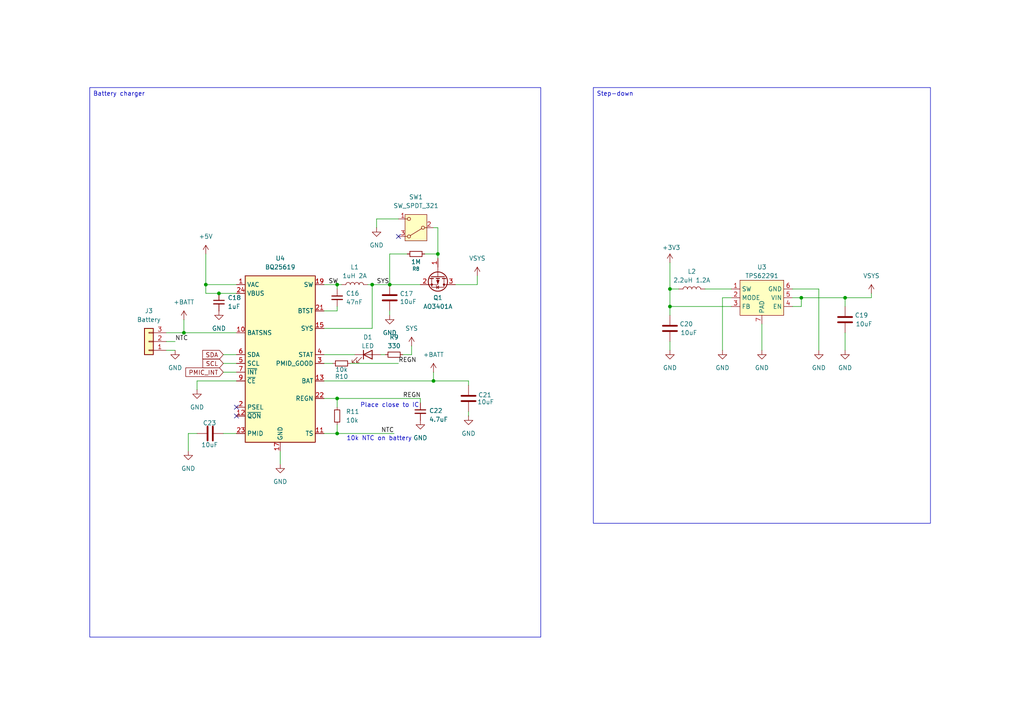
<source format=kicad_sch>
(kicad_sch (version 20250114) (generator "eeschema") (generator_version "9.0")
  (paper "A4")
  (title_block (title "Sisyphus") (date "2025-03-25") (rev "Beta v0.1") (company "Plajta corp."))
  (lib_symbols
    (symbol "Connector_Generic:Conn_01x03" (pin_names (offset 1.016) (hide yes))
      (property "Reference" "J" (at 0 5.08 0))
      (property "Value" "Conn_01x03" (at 0 -5.08 0))
      (symbol "Conn_01x03_1_1"
        (rectangle (start -1.27 3.81) (end 1.27 -3.81) (stroke (width 0.254)) (fill (type background)))
        (rectangle (start -1.27 2.667) (end 0 2.413) (stroke (width 0.1524)))
        (rectangle (start -1.27 0.127) (end 0 -0.127) (stroke (width 0.1524)))
        (rectangle (start -1.27 -2.413) (end 0 -2.667) (stroke (width 0.1524)))
        (pin passive line (at -5.08 2.54 0) (length 3.81) (name "Pin_1") (number "1"))
        (pin passive line (at -5.08 0 0) (length 3.81) (name "Pin_2") (number "2"))
        (pin passive line (at -5.08 -2.54 0) (length 3.81) (name "Pin_3") (number "3"))
      )
    )
    (symbol "Device:C" (pin_numbers (hide yes)) (pin_names (offset 0.254))
      (property "Reference" "C" (at 0.635 2.54 0))
      (property "Value" "C" (at 0.635 -2.54 0))
      (symbol "C_0_1"
        (polyline (pts (xy -2.032 0.762) (xy 2.032 0.762)) (stroke (width 0.508)))
        (polyline (pts (xy -2.032 -0.762) (xy 2.032 -0.762)) (stroke (width 0.508)))
      )
      (symbol "C_1_1"
        (pin passive line (at 0 3.81 270) (length 2.794) (name "~") (number "1"))
        (pin passive line (at 0 -3.81 90) (length 2.794) (name "~") (number "2"))
      )
    )
    (symbol "Device:C_Small" (pin_numbers (hide yes)) (pin_names (offset 0.254) (hide yes))
      (property "Reference" "C" (at 0.254 1.778 0))
      (property "Value" "C_Small" (at 0.254 -2.032 0))
      (symbol "C_Small_0_1"
        (polyline (pts (xy -1.524 0.508) (xy 1.524 0.508)) (stroke (width 0.3048)))
        (polyline (pts (xy -1.524 -0.508) (xy 1.524 -0.508)) (stroke (width 0.3302)))
      )
      (symbol "C_Small_1_1"
        (pin passive line (at 0 2.54 270) (length 2.032) (name "~") (number "1"))
        (pin passive line (at 0 -2.54 90) (length 2.032) (name "~") (number "2"))
      )
    )
    (symbol "Device:L" (pin_numbers (hide yes)) (pin_names (offset 1.016) (hide yes))
      (property "Reference" "L" (at -1.27 0 90))
      (property "Value" "L" (at 1.905 0 90))
      (symbol "L_0_1"
        (arc (start 0 2.54) (mid 0.6323 1.905) (end 0 1.27))
        (arc (start 0 1.27) (mid 0.6323 0.635) (end 0 0))
        (arc (start 0 0) (mid 0.6323 -0.635) (end 0 -1.27))
        (arc (start 0 -1.27) (mid 0.6323 -1.905) (end 0 -2.54))
      )
      (symbol "L_1_1"
        (pin passive line (at 0 3.81 270) (length 1.27) (name "1") (number "1"))
        (pin passive line (at 0 -3.81 90) (length 1.27) (name "2") (number "2"))
      )
    )
    (symbol "Device:LED" (pin_numbers (hide yes)) (pin_names (offset 1.016) (hide yes))
      (property "Reference" "D" (at 0 2.54 0))
      (property "Value" "LED" (at 0 -2.54 0))
      (symbol "LED_0_1"
        (polyline (pts (xy -3.048 -0.762) (xy -4.572 -2.286) (xy -3.81 -2.286) (xy -4.572 -2.286) (xy -4.572 -1.524)))
        (polyline (pts (xy -1.778 -0.762) (xy -3.302 -2.286) (xy -2.54 -2.286) (xy -3.302 -2.286) (xy -3.302 -1.524)))
        (polyline (pts (xy -1.27 0) (xy 1.27 0)))
        (polyline (pts (xy -1.27 -1.27) (xy -1.27 1.27)) (stroke (width 0.254)))
        (polyline (pts (xy 1.27 -1.27) (xy 1.27 1.27) (xy -1.27 0) (xy 1.27 -1.27)) (stroke (width 0.254)))
      )
      (symbol "LED_1_1"
        (pin passive line (at -3.81 0 0) (length 2.54) (name "K") (number "1"))
        (pin passive line (at 3.81 0 180) (length 2.54) (name "A") (number "2"))
      )
    )
    (symbol "Device:R_Small" (pin_numbers (hide yes)) (pin_names (offset 0.254) (hide yes))
      (property "Reference" "R" (at 0.762 0.508 0))
      (property "Value" "R_Small" (at 0.762 -1.016 0))
      (symbol "R_Small_0_1"
        (rectangle (start -0.762 1.778) (end 0.762 -1.778) (stroke (width 0.2032)))
      )
      (symbol "R_Small_1_1"
        (pin passive line (at 0 2.54 270) (length 0.762) (name "~") (number "1"))
        (pin passive line (at 0 -2.54 90) (length 0.762) (name "~") (number "2"))
      )
    )
    (symbol "GND_10" (power) (pin_numbers (hide yes)) (pin_names (offset 0) (hide yes))
      (property "Value" "GND" (at 0 -3.81 0))
      (symbol "GND_10_0_1"
        (polyline (pts (xy 0 0) (xy 0 -1.27) (xy 1.27 -1.27) (xy 0 -2.54) (xy -1.27 -1.27) (xy 0 -1.27)))
      )
      (symbol "GND_10_1_1"
        (pin power_in line (at 0 0 270) (length 0) (name "~") (number "1"))
      )
    )
    (symbol "GND_5" (power) (pin_numbers (hide yes)) (pin_names (offset 0) (hide yes))
      (property "Value" "GND" (at 0 -3.81 0))
      (symbol "GND_5_0_1"
        (polyline (pts (xy 0 0) (xy 0 -1.27) (xy 1.27 -1.27) (xy 0 -2.54) (xy -1.27 -1.27) (xy 0 -1.27)))
      )
      (symbol "GND_5_1_1"
        (pin power_in line (at 0 0 270) (length 0) (name "~") (number "1"))
      )
    )
    (symbol "GND_6" (power) (pin_numbers (hide yes)) (pin_names (offset 0) (hide yes))
      (property "Value" "GND" (at 0 -3.81 0))
      (symbol "GND_6_0_1"
        (polyline (pts (xy 0 0) (xy 0 -1.27) (xy 1.27 -1.27) (xy 0 -2.54) (xy -1.27 -1.27) (xy 0 -1.27)))
      )
      (symbol "GND_6_1_1"
        (pin power_in line (at 0 0 270) (length 0) (name "~") (number "1"))
      )
    )
    (symbol "GND_7" (power) (pin_numbers (hide yes)) (pin_names (offset 0) (hide yes))
      (property "Value" "GND" (at 0 -3.81 0))
      (symbol "GND_7_0_1"
        (polyline (pts (xy 0 0) (xy 0 -1.27) (xy 1.27 -1.27) (xy 0 -2.54) (xy -1.27 -1.27) (xy 0 -1.27)))
      )
      (symbol "GND_7_1_1"
        (pin power_in line (at 0 0 270) (length 0) (name "~") (number "1"))
      )
    )
    (symbol "GND_8" (power) (pin_numbers (hide yes)) (pin_names (offset 0) (hide yes))
      (property "Value" "GND" (at 0 -3.81 0))
      (symbol "GND_8_0_1"
        (polyline (pts (xy 0 0) (xy 0 -1.27) (xy 1.27 -1.27) (xy 0 -2.54) (xy -1.27 -1.27) (xy 0 -1.27)))
      )
      (symbol "GND_8_1_1"
        (pin power_in line (at 0 0 270) (length 0) (name "~") (number "1"))
      )
    )
    (symbol "R_Small_1" (pin_numbers (hide yes)) (pin_names (offset 0.254) (hide yes))
      (property "Reference" "R" (at 0 0 90))
      (property "Value" "R_Small" (at 1.778 0 90))
      (symbol "R_Small_1_0_1"
        (rectangle (start -0.762 1.778) (end 0.762 -1.778) (stroke (width 0.2032)))
      )
      (symbol "R_Small_1_1_1"
        (pin passive line (at 0 2.54 270) (length 0.762) (name "~") (number "1"))
        (pin passive line (at 0 -2.54 90) (length 0.762) (name "~") (number "2"))
      )
    )
    (symbol "Sisyphus:BQ25619"
      (property "Reference" "U" (at -8.89 26.67 0))
      (property "Value" "BQ25619" (at 6.35 26.67 0))
      (symbol "BQ25619_0_1"
        (rectangle (start -10.16 25.4) (end 10.16 -22.86) (stroke (width 0.254)) (fill (type background)))
      )
      (symbol "BQ25619_1_0"
        (pin input line (at -12.7 8.89 0) (length 2.54) (name "BATSNS") (number "10"))
      )
      (symbol "BQ25619_1_1"
        (pin input line (at -12.7 22.86 0) (length 2.54) (name "VAC") (number "1"))
        (pin power_in line (at -12.7 20.32 0) (length 2.54) (name "VBUS") (number "24"))
        (pin bidirectional line (at -12.7 2.54 0) (length 2.54) (name "SDA") (number "6"))
        (pin input line (at -12.7 0 0) (length 2.54) (name "SCL") (number "5"))
        (pin open_collector line (at -12.7 -2.54 0) (length 2.54) (name "~{INT}") (number "7"))
        (pin input line (at -12.7 -5.08 0) (length 2.54) (name "~{CE}") (number "9"))
        (pin input line (at -12.7 -12.7 0) (length 2.54) (name "PSEL") (number "2"))
        (pin input line (at -12.7 -15.24 0) (length 2.54) (name "~{QON}") (number "12"))
        (pin passive line (at -12.7 -20.32 0) (length 2.54) (name "PMID") (number "23"))
        (pin no_connect line (at -10.16 15.24 0) (length 2.54) (hide yes) (name "NC") (number "8"))
        (pin power_in line (at 0 -25.4 90) (length 2.54) (name "GND") (number "17"))
        (pin passive line (at 0 -25.4 90) (length 2.54) (hide yes) (name "GND") (number "18"))
        (pin passive line (at 0 -25.4 90) (length 2.54) (hide yes) (name "GND") (number "25"))
        (pin passive line (at 12.7 22.86 180) (length 2.54) (name "SW") (number "19"))
        (pin passive line (at 12.7 22.86 180) (length 2.54) (hide yes) (name "SW") (number "20"))
        (pin input line (at 12.7 15.24 180) (length 2.54) (name "BTST") (number "21"))
        (pin passive line (at 12.7 10.16 180) (length 2.54) (name "SYS") (number "15"))
        (pin passive line (at 12.7 10.16 180) (length 2.54) (hide yes) (name "SYS") (number "16"))
        (pin open_collector line (at 12.7 2.54 180) (length 2.54) (name "STAT") (number "4"))
        (pin open_collector line (at 12.7 0 180) (length 2.54) (name "PMID_GOOD") (number "3"))
        (pin power_in line (at 12.7 -5.08 180) (length 2.54) (name "BAT") (number "13"))
        (pin passive line (at 12.7 -5.08 180) (length 2.54) (hide yes) (name "BAT") (number "14"))
        (pin passive line (at 12.7 -10.16 180) (length 2.54) (name "REGN") (number "22"))
        (pin passive line (at 12.7 -20.32 180) (length 2.54) (name "TS") (number "11"))
      )
    )
    (symbol "Sisyphus:TPS62293"
      (property "Reference" "U" (at 0 2.032 0))
      (property "Value" "TPS62293" (at 0 0 0))
      (symbol "TPS62293_1_1"
        (rectangle (start -6.35 5.08) (end 6.35 -5.08) (fill (type background)))
        (pin power_out line (at -8.89 2.54 0) (length 2.54) (name "SW") (number "1"))
        (pin input line (at -8.89 0 0) (length 2.54) (name "MODE") (number "2"))
        (pin input line (at -8.89 -2.54 0) (length 2.54) (name "FB") (number "3"))
        (pin passive line (at 0 -7.62 90) (length 2.54) (name "PAD") (number "7"))
        (pin power_in line (at 8.89 2.54 180) (length 2.54) (name "GND") (number "6"))
        (pin power_in line (at 8.89 0 180) (length 2.54) (name "VIN") (number "5"))
        (pin input line (at 8.89 -2.54 180) (length 2.54) (name "EN") (number "4"))
      )
    )
    (symbol "Switch:SW_SPDT_321" (pin_names (offset 1) (hide yes))
      (property "Reference" "SW" (at 0 5.08 0))
      (property "Value" "SW_SPDT_321" (at 0 -5.08 0))
      (symbol "SW_SPDT_321_0_1"
        (circle (center -2.032 0) (radius 0.4572))
        (polyline (pts (xy -1.651 0.254) (xy 1.651 2.286)))
        (circle (center 2.032 2.54) (radius 0.4572))
        (circle (center 2.032 -2.54) (radius 0.4572))
      )
      (symbol "SW_SPDT_321_1_1"
        (rectangle (start -3.175 3.81) (end 3.175 -3.81) (fill (type background)))
        (pin passive line (at -5.08 0 0) (length 2.54) (name "B") (number "2"))
        (pin passive line (at 5.08 2.54 180) (length 2.54) (name "A") (number "3"))
        (pin passive line (at 5.08 -2.54 180) (length 2.54) (name "C") (number "1"))
      )
    )
    (symbol "Transistor_FET:AO3401A" (pin_names (hide yes))
      (property "Reference" "Q" (at 5.08 1.905 0))
      (property "Value" "AO3401A" (at 5.08 0 0))
      (symbol "AO3401A_0_1"
        (polyline (pts (xy 0.254 1.905) (xy 0.254 -1.905)) (stroke (width 0.254)))
        (polyline (pts (xy 0.254 0) (xy -2.54 0)))
        (polyline (pts (xy 0.762 2.286) (xy 0.762 1.27)) (stroke (width 0.254)))
        (polyline (pts (xy 0.762 1.778) (xy 3.302 1.778) (xy 3.302 -1.778) (xy 0.762 -1.778)))
        (polyline (pts (xy 0.762 0.508) (xy 0.762 -0.508)) (stroke (width 0.254)))
        (polyline (pts (xy 0.762 -1.27) (xy 0.762 -2.286)) (stroke (width 0.254)))
        (circle (center 1.651 0) (radius 2.794) (stroke (width 0.254)))
        (polyline (pts (xy 2.286 0) (xy 1.27 0.381) (xy 1.27 -0.381) (xy 2.286 0)) (fill (type outline)))
        (polyline (pts (xy 2.54 2.54) (xy 2.54 1.778)))
        (circle (center 2.54 1.778) (radius 0.254) (fill (type outline)))
        (circle (center 2.54 -1.778) (radius 0.254) (fill (type outline)))
        (polyline (pts (xy 2.54 -2.54) (xy 2.54 0) (xy 0.762 0)))
        (polyline (pts (xy 2.794 -0.508) (xy 2.921 -0.381) (xy 3.683 -0.381) (xy 3.81 -0.254)))
        (polyline (pts (xy 3.302 -0.381) (xy 2.921 0.254) (xy 3.683 0.254) (xy 3.302 -0.381)))
      )
      (symbol "AO3401A_1_1"
        (pin input line (at -5.08 0 0) (length 2.54) (name "G") (number "1"))
        (pin passive line (at 2.54 5.08 270) (length 2.54) (name "D") (number "3"))
        (pin passive line (at 2.54 -5.08 90) (length 2.54) (name "S") (number "2"))
      )
    )
    (symbol "power:+3V3" (power) (pin_names (offset 0))
      (property "Value" "+3V3" (at 0 3.556 0))
      (symbol "+3V3_0_1"
        (polyline (pts (xy -0.762 1.27) (xy 0 2.54)))
        (polyline (pts (xy 0 2.54) (xy 0.762 1.27)))
        (polyline (pts (xy 0 0) (xy 0 2.54)))
      )
      (symbol "+3V3_1_1"
        (pin power_in line (at 0 0 90) (length 0) (hide yes) (name "+3V3") (number "1"))
      )
    )
    (symbol "power:+5V" (power) (pin_numbers (hide yes)) (pin_names (offset 0) (hide yes))
      (property "Value" "+5V" (at 0 3.556 0))
      (symbol "+5V_0_1"
        (polyline (pts (xy -0.762 1.27) (xy 0 2.54)))
        (polyline (pts (xy 0 2.54) (xy 0.762 1.27)))
        (polyline (pts (xy 0 0) (xy 0 2.54)))
      )
      (symbol "+5V_1_1"
        (pin power_in line (at 0 0 90) (length 0) (name "~") (number "1"))
      )
    )
    (symbol "power:+BATT" (power) (pin_numbers (hide yes)) (pin_names (offset 0) (hide yes))
      (property "Value" "+BATT" (at 0 3.556 0))
      (symbol "+BATT_0_1"
        (polyline (pts (xy -0.762 1.27) (xy 0 2.54)))
        (polyline (pts (xy 0 2.54) (xy 0.762 1.27)))
        (polyline (pts (xy 0 0) (xy 0 2.54)))
      )
      (symbol "+BATT_1_1"
        (pin power_in line (at 0 0 90) (length 0) (name "~") (number "1"))
      )
    )
    (symbol "power:GND" (power) (pin_names (offset 0))
      (property "Value" "GND" (at 0 -3.81 0))
      (symbol "GND_0_1"
        (polyline (pts (xy 0 0) (xy 0 -1.27) (xy 1.27 -1.27) (xy 0 -2.54) (xy -1.27 -1.27) (xy 0 -1.27)))
      )
      (symbol "GND_1_1"
        (pin power_in line (at 0 0 270) (length 0) (hide yes) (name "GND") (number "1"))
      )
    )
    (symbol "power:VCC" (power) (pin_numbers (hide yes)) (pin_names (offset 0) (hide yes))
      (property "Value" "VCC" (at 0 3.556 0))
      (symbol "VCC_0_1"
        (polyline (pts (xy -0.762 1.27) (xy 0 2.54)))
        (polyline (pts (xy 0 2.54) (xy 0.762 1.27)))
        (polyline (pts (xy 0 0) (xy 0 2.54)))
      )
      (symbol "VCC_1_1"
        (pin power_in line (at 0 0 90) (length 0) (name "~") (number "1"))
      )
    )
  )
  (text "Place close to IC" (at 113.03 117.602 0) (effects (font (size 1.27 1.27))))
  (text "10k NTC on battery" (at 109.982 127.254 0) (effects (font (size 1.27 1.27))))
  (text_box "Step-down" (at 172.085 25.4 0) (size 97.79 126.365) (margins 0.9525 0.9525 0.9525 0.9525) (effects (font (size 1.27 1.27)) (justify left top)))
  (text_box "Battery charger" (at 26.035 25.4 0) (size 130.81 159.385) (margins 0.9525 0.9525 0.9525 0.9525) (effects (font (size 1.27 1.27)) (justify left top)))
  (junction (at 53.34 96.52))
  (junction (at 107.95 82.55))
  (junction (at 59.69 82.55))
  (junction (at 97.79 115.57))
  (junction (at 127 73.66))
  (junction (at 63.5 85.09))
  (junction (at 125.73 110.49))
  (junction (at 113.03 82.55))
  (junction (at 245.11 86.36))
  (junction (at 194.31 83.82))
  (junction (at 97.79 125.73))
  (junction (at 97.79 82.55))
  (junction (at 194.31 88.9))
  (junction (at 232.41 86.36))
  (no_connect (at 115.57 68.58))
  (no_connect (at 68.58 120.65))
  (no_connect (at 68.58 118.11))
  (wire (pts (xy 93.98 95.25) (xy 107.95 95.25)))
  (wire (pts (xy 121.92 115.57) (xy 121.92 116.84)))
  (wire (pts (xy 229.87 88.9) (xy 232.41 88.9)))
  (wire (pts (xy 64.77 125.73) (xy 68.58 125.73)))
  (wire (pts (xy 93.98 125.73) (xy 97.79 125.73)))
  (wire (pts (xy 81.28 130.81) (xy 81.28 134.62)))
  (wire (pts (xy 59.69 82.55) (xy 68.58 82.55)))
  (wire (pts (xy 123.19 73.66) (xy 127 73.66)))
  (wire (pts (xy 48.26 96.52) (xy 53.34 96.52)))
  (wire (pts (xy 97.79 82.55) (xy 99.06 82.55)))
  (wire (pts (xy 93.98 115.57) (xy 97.79 115.57)))
  (wire (pts (xy 252.73 86.36) (xy 245.11 86.36)))
  (wire (pts (xy 118.11 73.66) (xy 113.03 73.66)))
  (wire (pts (xy 135.89 119.38) (xy 135.89 120.65)))
  (wire (pts (xy 212.09 86.36) (xy 209.55 86.36)))
  (wire (pts (xy 111.76 102.87) (xy 110.49 102.87)))
  (wire (pts (xy 209.55 86.36) (xy 209.55 101.6)))
  (wire (pts (xy 97.79 90.17) (xy 97.79 88.9)))
  (wire (pts (xy 57.15 125.73) (xy 54.61 125.73)))
  (wire (pts (xy 97.79 115.57) (xy 121.92 115.57)))
  (wire (pts (xy 116.84 102.87) (xy 119.38 102.87)))
  (wire (pts (xy 59.69 85.09) (xy 63.5 85.09)))
  (wire (pts (xy 245.11 101.6) (xy 245.11 96.52)))
  (wire (pts (xy 204.47 83.82) (xy 212.09 83.82)))
  (wire (pts (xy 53.34 96.52) (xy 68.58 96.52)))
  (wire (pts (xy 229.87 86.36) (xy 232.41 86.36)))
  (wire (pts (xy 125.73 66.04) (xy 127 66.04)))
  (wire (pts (xy 106.68 82.55) (xy 107.95 82.55)))
  (wire (pts (xy 101.6 105.41) (xy 115.57 105.41)))
  (wire (pts (xy 59.69 82.55) (xy 59.69 85.09)))
  (wire (pts (xy 132.08 82.55) (xy 138.43 82.55)))
  (wire (pts (xy 64.77 105.41) (xy 68.58 105.41)))
  (wire (pts (xy 113.03 82.55) (xy 121.92 82.55)))
  (wire (pts (xy 138.43 82.55) (xy 138.43 80.01)))
  (wire (pts (xy 93.98 105.41) (xy 96.52 105.41)))
  (wire (pts (xy 125.73 110.49) (xy 135.89 110.49)))
  (wire (pts (xy 93.98 82.55) (xy 97.79 82.55)))
  (wire (pts (xy 59.69 73.66) (xy 59.69 82.55)))
  (wire (pts (xy 93.98 110.49) (xy 125.73 110.49)))
  (wire (pts (xy 127 66.04) (xy 127 73.66)))
  (wire (pts (xy 194.31 88.9) (xy 194.31 83.82)))
  (wire (pts (xy 237.49 101.6) (xy 237.49 83.82)))
  (wire (pts (xy 57.15 110.49) (xy 57.15 113.03)))
  (wire (pts (xy 109.22 63.5) (xy 109.22 66.04)))
  (wire (pts (xy 68.58 110.49) (xy 57.15 110.49)))
  (wire (pts (xy 93.98 102.87) (xy 102.87 102.87)))
  (wire (pts (xy 53.34 92.71) (xy 53.34 96.52)))
  (wire (pts (xy 50.8 101.6) (xy 48.26 101.6)))
  (wire (pts (xy 194.31 88.9) (xy 212.09 88.9)))
  (wire (pts (xy 97.79 125.73) (xy 97.79 123.19)))
  (wire (pts (xy 93.98 90.17) (xy 97.79 90.17)))
  (wire (pts (xy 232.41 86.36) (xy 245.11 86.36)))
  (wire (pts (xy 114.3 125.73) (xy 97.79 125.73)))
  (wire (pts (xy 194.31 76.2) (xy 194.31 83.82)))
  (wire (pts (xy 135.89 110.49) (xy 135.89 111.76)))
  (wire (pts (xy 252.73 85.09) (xy 252.73 86.36)))
  (wire (pts (xy 54.61 125.73) (xy 54.61 130.81)))
  (wire (pts (xy 245.11 88.9) (xy 245.11 86.36)))
  (wire (pts (xy 64.77 107.95) (xy 68.58 107.95)))
  (wire (pts (xy 64.77 102.87) (xy 68.58 102.87)))
  (wire (pts (xy 232.41 88.9) (xy 232.41 86.36)))
  (wire (pts (xy 113.03 73.66) (xy 113.03 82.55)))
  (wire (pts (xy 115.57 63.5) (xy 109.22 63.5)))
  (wire (pts (xy 119.38 100.33) (xy 119.38 102.87)))
  (wire (pts (xy 220.98 93.98) (xy 220.98 101.6)))
  (wire (pts (xy 194.31 91.44) (xy 194.31 88.9)))
  (wire (pts (xy 48.26 99.06) (xy 50.8 99.06)))
  (wire (pts (xy 63.5 85.09) (xy 68.58 85.09)))
  (wire (pts (xy 127 73.66) (xy 127 74.93)))
  (wire (pts (xy 194.31 101.6) (xy 194.31 99.06)))
  (wire (pts (xy 125.73 110.49) (xy 125.73 107.95)))
  (wire (pts (xy 97.79 115.57) (xy 97.79 118.11)))
  (wire (pts (xy 237.49 83.82) (xy 229.87 83.82)))
  (wire (pts (xy 107.95 82.55) (xy 113.03 82.55)))
  (wire (pts (xy 97.79 82.55) (xy 97.79 83.82)))
  (wire (pts (xy 107.95 95.25) (xy 107.95 82.55)))
  (wire (pts (xy 194.31 83.82) (xy 196.85 83.82)))
  (wire (pts (xy 113.03 91.44) (xy 113.03 90.17)))
  (label "REGN" (at 115.57 105.41 0))
  (label "REGN" (at 116.84 115.57 0))
  (label "NTC" (at 114.3 125.73 180))
  (label "SW" (at 95.25 82.55 0))
  (label "SYS" (at 109.22 82.55 0))
  (label "NTC" (at 50.8 99.06 0))
  (global_label "PMIC_INT" (shape input) (at 64.77 107.95 180) (property "Intersheetrefs" "${INTERSHEET_REFS}" (effects (hide yes))))
  (global_label "SDA" (shape input) (at 64.77 102.87 180) (property "Intersheetrefs" "${INTERSHEET_REFS}" (effects (hide yes))))
  (global_label "SCL" (shape input) (at 64.77 105.41 180) (property "Intersheetrefs" "${INTERSHEET_REFS}" (effects (hide yes))))
  (symbol (lib_id "Device:R_Small") (at 114.3 102.87 90) (unit 1)
    (property "Reference" "R9" (at 114.3 97.79 90))
    (property "Value" "330" (at 114.3 100.33 90))
    (property "Footprint" "Resistor_SMD:R_0402_1005Metric" (effects (hide yes)))
    (property "Description" "Resistor, small symbol" (effects (hide yes)))
  )
  (symbol (lib_id "Sisyphus:BQ25619") (at 81.28 105.41 0) (unit 1)
    (property "Reference" "U4" (at 81.28 74.93 0))
    (property "Value" "BQ25619" (at 81.28 77.47 0))
    (property "Footprint" "Package_DFN_QFN:Texas_RTW_WQFN-24-1EP_4x4mm_P0.5mm_EP2.7x2.7mm_ThermalVias" (effects (hide yes)))
    (property "Datasheet" "https://www.ti.com/lit/ds/symlink/bq25619.pdf" (effects (hide yes)))
    (property "Description" "I2C Controlled 1.5A Single-Cell Battery Charger with 20mA Termination and 1A Boost Operation" (effects (hide yes)))
    (property "LCSC Part" "https://lcsc.com/product-detail/Battery-Management_Texas-Instruments-BQ25619RTWR_C2864534.html" (effects (hide yes)))
  )
  (symbol (lib_id "Device:C") (at 194.31 95.25 0) (unit 1)
    (property "Reference" "C20" (at 197.104 93.98 0) (effects (justify left)))
    (property "Value" "10uF" (at 197.358 96.52 0) (effects (justify left)))
    (property "Footprint" "Capacitor_SMD:C_0402_1005Metric" (effects (hide yes)))
    (property "Description" "Unpolarized capacitor" (effects (hide yes)))
  )
  (symbol (lib_name "GND_8") (lib_id "power:GND") (at 135.89 120.65 0) (unit 1)
    (property "Reference" "#PWR039" (effects (hide yes)))
    (property "Value" "GND" (at 135.89 125.73 0))
    (property "Description" "Power symbol creates a global label with name \"GND\" , ground" (effects (hide yes)))
  )
  (symbol (lib_name "GND_8") (lib_id "power:GND") (at 81.28 134.62 0) (unit 1)
    (property "Reference" "#PWR042" (effects (hide yes)))
    (property "Value" "GND" (at 81.28 139.7 0))
    (property "Description" "Power symbol creates a global label with name \"GND\" , ground" (effects (hide yes)))
  )
  (symbol (lib_name "GND_8") (lib_id "power:GND") (at 121.92 121.92 0) (unit 1)
    (property "Reference" "#PWR040" (effects (hide yes)))
    (property "Value" "GND" (at 121.92 127 0))
    (property "Description" "Power symbol creates a global label with name \"GND\" , ground" (effects (hide yes)))
  )
  (symbol (lib_name "GND_6") (lib_id "power:GND") (at 57.15 113.03 0) (unit 1)
    (property "Reference" "#PWR038" (effects (hide yes)))
    (property "Value" "GND" (at 57.15 118.11 0))
    (property "Description" "Power symbol creates a global label with name \"GND\" , ground" (effects (hide yes)))
  )
  (symbol (lib_id "Transistor_FET:AO3401A") (at 127 80.01 270) (unit 1)
    (property "Reference" "Q1" (at 127 86.36 90))
    (property "Value" "AO3401A" (at 127 88.9 90))
    (property "Footprint" "Package_TO_SOT_SMD:SOT-23" (effects (hide yes)))
    (property "Datasheet" "http://www.aosmd.com/pdfs/datasheet/AO3401A.pdf" (effects (hide yes)))
    (property "Description" "-4.0A Id, -30V Vds, P-Channel MOSFET, SOT-23" (effects (hide yes)))
    (property "LCSC Part" "https://lcsc.com/product-detail/MOSFETs_UMW-Youtai-Semiconductor-Co-Ltd-AO3401A_C347476.html" (effects (hide yes)))
  )
  (symbol (lib_id "power:GND") (at 220.98 101.6 0) (mirror y) (unit 1)
    (property "Reference" "#PWR034" (effects (hide yes)))
    (property "Value" "GND" (at 220.98 106.68 0))
    (property "Description" "Power symbol creates a global label with name \"GND\" , ground" (effects (hide yes)))
  )
  (symbol (lib_id "Device:C_Small") (at 121.92 119.38 0) (unit 1)
    (property "Reference" "C22" (at 124.46 119.126 0) (effects (justify left)))
    (property "Value" "4.7uF" (at 124.46 121.666 0) (effects (justify left)))
    (property "Footprint" "Capacitor_SMD:C_0402_1005Metric" (effects (hide yes)))
    (property "Description" "Unpolarized capacitor, small symbol" (effects (hide yes)))
  )
  (symbol (lib_id "power:GND") (at 194.31 101.6 0) (mirror y) (unit 1)
    (property "Reference" "#PWR032" (effects (hide yes)))
    (property "Value" "GND" (at 194.31 106.68 0))
    (property "Description" "Power symbol creates a global label with name \"GND\" , ground" (effects (hide yes)))
  )
  (symbol (lib_id "power:GND") (at 209.55 101.6 0) (mirror y) (unit 1)
    (property "Reference" "#PWR033" (effects (hide yes)))
    (property "Value" "GND" (at 209.55 106.68 0))
    (property "Description" "Power symbol creates a global label with name \"GND\" , ground" (effects (hide yes)))
  )
  (symbol (lib_id "Device:C") (at 135.89 115.57 0) (unit 1)
    (property "Reference" "C21" (at 138.684 114.554 0) (effects (justify left)))
    (property "Value" "10uF" (at 138.43 116.586 0) (effects (justify left)))
    (property "Footprint" "Capacitor_SMD:C_0402_1005Metric" (effects (hide yes)))
  )
  (symbol (lib_id "power:+BATT") (at 53.34 92.71 0) (unit 1)
    (property "Reference" "#PWR029" (effects (hide yes)))
    (property "Value" "+BATT" (at 53.34 87.63 0))
    (property "Description" "Power symbol creates a global label with name \"+BATT\"" (effects (hide yes)))
  )
  (symbol (lib_id "Device:C") (at 245.11 92.71 0) (unit 1)
    (property "Reference" "C19" (at 247.904 91.44 0) (effects (justify left)))
    (property "Value" "10uF" (at 248.158 93.98 0) (effects (justify left)))
    (property "Footprint" "Capacitor_SMD:C_0402_1005Metric" (effects (hide yes)))
    (property "Description" "Unpolarized capacitor" (effects (hide yes)))
  )
  (symbol (lib_id "power:GND") (at 237.49 101.6 0) (mirror y) (unit 1)
    (property "Reference" "#PWR035" (effects (hide yes)))
    (property "Value" "GND" (at 237.49 106.68 0))
    (property "Description" "Power symbol creates a global label with name \"GND\" , ground" (effects (hide yes)))
  )
  (symbol (lib_name "GND_8") (lib_id "power:GND") (at 54.61 130.81 0) (unit 1)
    (property "Reference" "#PWR041" (effects (hide yes)))
    (property "Value" "GND" (at 54.61 135.89 0))
    (property "Description" "Power symbol creates a global label with name \"GND\" , ground" (effects (hide yes)))
  )
  (symbol (lib_name "GND_10") (lib_id "power:GND") (at 109.22 66.04 0) (unit 1)
    (property "Reference" "#PWR022" (effects (hide yes)))
    (property "Value" "GND" (at 109.22 71.12 0))
    (property "Description" "Power symbol creates a global label with name \"GND\" , ground" (effects (hide yes)))
  )
  (symbol (lib_name "GND_7") (lib_id "power:GND") (at 113.03 91.44 0) (unit 1)
    (property "Reference" "#PWR028" (effects (hide yes)))
    (property "Value" "GND" (at 113.03 96.52 0))
    (property "Description" "Power symbol creates a global label with name \"GND\" , ground" (effects (hide yes)))
  )
  (symbol (lib_id "Device:C") (at 60.96 125.73 90) (unit 1)
    (property "Reference" "C23" (at 62.738 122.682 90) (effects (justify left)))
    (property "Value" "10uF" (at 63.246 129.032 90) (effects (justify left)))
    (property "Footprint" "Capacitor_SMD:C_0402_1005Metric" (effects (hide yes)))
  )
  (symbol (lib_name "R_Small_1") (lib_id "Device:R_Small") (at 120.65 73.66 270) (unit 1)
    (property "Reference" "R8" (at 120.65 77.978 90) (effects (font (size 1.016 1.016))))
    (property "Value" "1M" (at 120.65 75.946 90))
    (property "Footprint" "Resistor_SMD:R_0402_1005Metric" (effects (hide yes)))
    (property "Description" "Resistor, small symbol" (effects (hide yes)))
  )
  (symbol (lib_id "Sisyphus:TPS62293") (at 220.98 86.36 0) (unit 1)
    (property "Reference" "U3" (at 220.98 77.47 0))
    (property "Value" "TPS62291" (at 220.98 80.01 0))
    (property "Footprint" "Package_SON:WSON-6-1EP_2x2mm_P0.65mm_EP1x1.6mm_ThermalVias" (effects (hide yes)))
    (property "Datasheet" "https://www.ti.com/lit/ds/symlink/tps62291.pdf" (effects (hide yes)))
    (property "Description" "1-A Step Down Converter in 2 x 2 DRV Package" (effects (hide yes)))
    (property "LCSC Part" "https://lcsc.com/product-detail/DC-DC-Converters_Texas-Instruments-TPS62291DRVR_C52772.html" (effects (hide yes)))
  )
  (symbol (lib_id "power:+5V") (at 59.69 73.66 0) (unit 1)
    (property "Reference" "#PWR023" (effects (hide yes)))
    (property "Value" "+5V" (at 59.69 68.58 0))
    (property "Description" "Power symbol creates a global label with name \"+5V\"" (effects (hide yes)))
  )
  (symbol (lib_id "power:VCC") (at 138.43 80.01 0) (unit 1)
    (property "Reference" "#PWR025" (effects (hide yes)))
    (property "Value" "VSYS" (at 138.43 74.93 0))
    (property "Description" "Power symbol creates a global label with name \"VCC\"" (effects (hide yes)))
  )
  (symbol (lib_id "power:GND") (at 245.11 101.6 0) (mirror y) (unit 1)
    (property "Reference" "#PWR036" (effects (hide yes)))
    (property "Value" "GND" (at 245.11 106.68 0))
    (property "Description" "Power symbol creates a global label with name \"GND\" , ground" (effects (hide yes)))
  )
  (symbol (lib_id "Switch:SW_SPDT_321") (at 120.65 66.04 180) (unit 1)
    (property "Reference" "SW1" (at 120.65 57.15 0))
    (property "Value" "SW_SPDT_321" (at 120.65 59.69 0))
    (property "Footprint" "Connector_PinHeader_2.54mm:PinHeader_1x03_P2.54mm_Vertical" (effects (hide yes)))
    (property "Description" "Switch, single pole double throw" (effects (hide yes)))
  )
  (symbol (lib_id "power:VCC") (at 119.38 100.33 0) (unit 1)
    (property "Reference" "#PWR030" (effects (hide yes)))
    (property "Value" "SYS" (at 119.38 95.25 0))
    (property "Description" "Power symbol creates a global label with name \"VCC\"" (effects (hide yes)))
  )
  (symbol (lib_id "power:+3V3") (at 194.31 76.2 0) (unit 1)
    (property "Reference" "#PWR024" (effects (hide yes)))
    (property "Value" "+3V3" (at 194.691 71.8058 0))
  )
  (symbol (lib_id "Connector_Generic:Conn_01x03") (at 43.18 99.06 180) (unit 1)
    (property "Reference" "J3" (at 43.18 90.17 0))
    (property "Value" "Battery" (at 43.18 92.71 0))
    (property "Footprint" "Connector_JST:JST_PH_S3B-PH-SM4-TB_1x03-1MP_P2.00mm_Horizontal" (effects (hide yes)))
    (property "Description" "Generic connector, single row, 01x03, script generated (kicad-library-utils/schlib/autogen/connector/)" (effects (hide yes)))
    (property "LCSC Part" "https://lcsc.com/product-detail/Wire-To-Board-Connector_JST-S3B-PH-SM4-TB-LF-SN_C265101.html" (effects (hide yes)))
  )
  (symbol (lib_id "Device:C_Small") (at 97.79 86.36 0) (unit 1)
    (property "Reference" "C16" (at 100.33 85.0962 0) (effects (justify left)))
    (property "Value" "47nF" (at 100.33 87.6362 0) (effects (justify left)))
    (property "Footprint" "Capacitor_SMD:C_0402_1005Metric" (effects (hide yes)))
    (property "Description" "Unpolarized capacitor, small symbol" (effects (hide yes)))
    (property "LCSC Part" "https://lcsc.com/product-detail/Multilayer-Ceramic-Capacitors-MLCC-SMD-SMT_CCTC-TCC0402X7R473M250AT_C5142571.html" (effects (hide yes)))
  )
  (symbol (lib_id "power:GND") (at 50.8 101.6 0) (unit 1)
    (property "Reference" "#PWR031" (effects (hide yes)))
    (property "Value" "GND" (at 50.8 106.68 0))
    (property "Description" "Power symbol creates a global label with name \"GND\" , ground" (effects (hide yes)))
  )
  (symbol (lib_id "Device:R_Small") (at 99.06 105.41 90) (unit 1)
    (property "Reference" "R10" (at 99.06 109.22 90))
    (property "Value" "10k" (at 99.06 107.188 90))
    (property "Footprint" "Resistor_SMD:R_0402_1005Metric" (effects (hide yes)))
    (property "Description" "Resistor, small symbol" (effects (hide yes)))
  )
  (symbol (lib_id "Device:L") (at 102.87 82.55 90) (unit 1)
    (property "Reference" "L1" (at 102.87 77.47 90))
    (property "Value" "1uH 2A" (at 102.87 80.01 90))
    (property "Footprint" "Inductor_SMD:L_0603_1608Metric" (effects (hide yes)))
    (property "Description" "Inductor" (effects (hide yes)))
    (property "LCSC Part" "https://lcsc.com/product-detail/Inductors-SMD_Murata-Electronics-DFE18SAN1R0MG0L_C560043.html" (effects (hide yes)))
  )
  (symbol (lib_id "power:+BATT") (at 125.73 107.95 0) (unit 1)
    (property "Reference" "#PWR037" (effects (hide yes)))
    (property "Value" "+BATT" (at 125.73 102.87 0))
    (property "Description" "Power symbol creates a global label with name \"+BATT\"" (effects (hide yes)))
  )
  (symbol (lib_id "Device:LED") (at 106.68 102.87 0) (unit 1)
    (property "Reference" "D1" (at 106.68 97.79 0))
    (property "Value" "LED" (at 106.68 100.33 0))
    (property "Footprint" "LED_SMD:LED_0603_1608Metric" (effects (hide yes)))
    (property "Description" "Light emitting diode" (effects (hide yes)))
    (property "Sim.Pins" "1=K 2=A" (effects (hide yes)))
  )
  (symbol (lib_name "GND_5") (lib_id "power:GND") (at 63.5 90.17 0) (unit 1)
    (property "Reference" "#PWR027" (effects (hide yes)))
    (property "Value" "GND" (at 63.5 95.25 0))
    (property "Description" "Power symbol creates a global label with name \"GND\" , ground" (effects (hide yes)))
  )
  (symbol (lib_id "Device:C_Small") (at 63.5 87.63 0) (unit 1)
    (property "Reference" "C18" (at 66.04 86.3662 0) (effects (justify left)))
    (property "Value" "1uF" (at 66.04 88.9062 0) (effects (justify left)))
    (property "Footprint" "Capacitor_SMD:C_0402_1005Metric" (effects (hide yes)))
    (property "Description" "Unpolarized capacitor, small symbol" (effects (hide yes)))
  )
  (symbol (lib_id "Device:R_Small") (at 97.79 120.65 0) (unit 1)
    (property "Reference" "R11" (at 100.33 119.3799 0) (effects (justify left)))
    (property "Value" "10k" (at 100.33 121.9199 0) (effects (justify left)))
    (property "Footprint" "Resistor_SMD:R_0402_1005Metric" (effects (hide yes)))
    (property "Description" "Resistor, small symbol" (effects (hide yes)))
  )
  (symbol (lib_id "power:VCC") (at 252.73 85.09 0) (unit 1)
    (property "Reference" "#PWR026" (effects (hide yes)))
    (property "Value" "VSYS" (at 252.73 80.01 0))
    (property "Description" "Power symbol creates a global label with name \"VCC\"" (effects (hide yes)))
  )
  (symbol (lib_id "Device:L") (at 200.66 83.82 90) (unit 1)
    (property "Reference" "L2" (at 200.66 78.74 90))
    (property "Value" "2.2uH 1.2A" (at 200.66 81.28 90))
    (property "Footprint" "Inductor_SMD:L_0805_2012Metric" (effects (hide yes)))
    (property "Description" "Inductor" (effects (hide yes)))
  )
  (symbol (lib_id "Device:C") (at 113.03 86.36 0) (unit 1)
    (property "Reference" "C17" (at 115.951 85.1916 0) (effects (justify left)))
    (property "Value" "10uF" (at 115.951 87.503 0) (effects (justify left)))
    (property "Footprint" "Capacitor_SMD:C_0402_1005Metric" (effects (hide yes)))
  )
)
</source>
